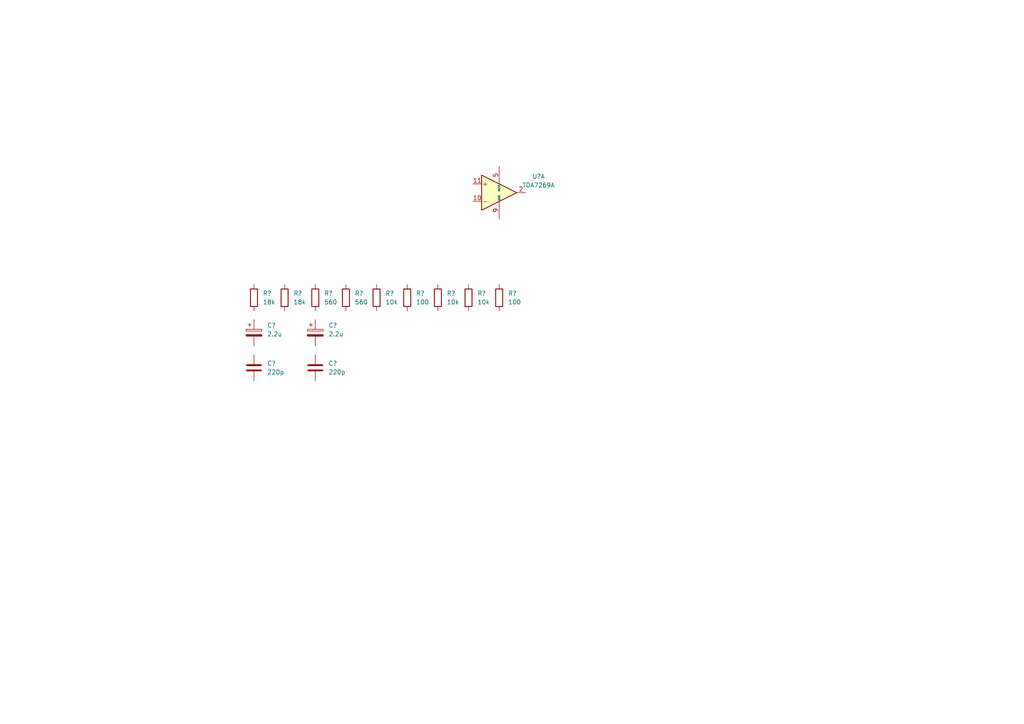
<source format=kicad_sch>
(kicad_sch (version 20211123) (generator eeschema)
  (paper "A4")
  (lib_symbols
    (symbol "Amplifier_Audio:TDA7269A" (pin_names (offset 0.127))
      (property "Reference" "U" (at 2.54 6.35 0))
      (property "Value" "TDA7269A" (at 5.08 3.81 0))
      (symbol "TDA7269A_1_1"
        (polyline (pts (xy 5.08 0) (xy -5.08 5.08) (xy -5.08 -5.08) (xy 5.08 0)) (stroke (width 0.254)) (fill (type background)))
        (pin input line (at -7.62 -2.54 0) (length 2.54) (name "-") (number "10"))
        (pin input line (at -7.62 2.54 0) (length 2.54) (name "+") (number "11"))
        (pin output line (at 7.62 0 180) (length 2.54) (name "~") (number "2"))
        (pin input line (at 0 7.62 270) (length 5.08) (name "MUTE") (number "5"))
        (pin power_in line (at 0 -7.62 90) (length 5.08) (name "GND") (number "9"))
      )
      (symbol "TDA7269A_2_1"
        (polyline (pts (xy 5.08 0) (xy -5.08 5.08) (xy -5.08 -5.08) (xy 5.08 0)) (stroke (width 0.254)) (fill (type background)))
        (pin output line (at 7.62 0 180) (length 2.54) (name "~") (number "4"))
        (pin input line (at -7.62 2.54 0) (length 2.54) (name "+") (number "7"))
        (pin input line (at -7.62 -2.54 0) (length 2.54) (name "-") (number "8"))
      )
      (symbol "TDA7269A_3_1"
        (pin power_in line (at -2.54 -7.62 90) (length 3.81) (name "V-") (number "1"))
        (pin power_in line (at -2.54 7.62 270) (length 3.81) (name "V+") (number "3"))
        (pin passive line (at -2.54 -7.62 90) (length 3.81) hide (name "V-") (number "6"))
      )
    )
    (symbol "Device:C" (pin_numbers hide) (pin_names (offset 0.254))
      (property "Reference" "C" (at 0.635 2.54 0))
      (property "Value" "C" (at 0.635 -2.54 0))
      (symbol "C_0_1"
        (polyline (pts (xy -2.032 -0.762) (xy 2.032 -0.762)) (stroke (width 0.508)))
        (polyline (pts (xy -2.032 0.762) (xy 2.032 0.762)) (stroke (width 0.508)))
      )
      (symbol "C_1_1"
        (pin passive line (at 0 3.81 270) (length 2.794) (name "~") (number "1"))
        (pin passive line (at 0 -3.81 90) (length 2.794) (name "~") (number "2"))
      )
    )
    (symbol "Device:C_Polarized" (pin_numbers hide) (pin_names (offset 0.254))
      (property "Reference" "C" (at 0.635 2.54 0))
      (property "Value" "C_Polarized" (at 0.635 -2.54 0))
      (symbol "C_Polarized_0_1"
        (rectangle (start -2.286 0.508) (end 2.286 1.016))
        (polyline (pts (xy -1.778 2.286) (xy -0.762 2.286)))
        (polyline (pts (xy -1.27 2.794) (xy -1.27 1.778)))
        (rectangle (start 2.286 -0.508) (end -2.286 -1.016) (fill (type outline)))
      )
      (symbol "C_Polarized_1_1"
        (pin passive line (at 0 3.81 270) (length 2.794) (name "~") (number "1"))
        (pin passive line (at 0 -3.81 90) (length 2.794) (name "~") (number "2"))
      )
    )
    (symbol "Device:R" (pin_numbers hide) (pin_names (offset 0))
      (property "Reference" "R" (at 2.032 0 90))
      (property "Value" "R" (at 0 0 90))
      (symbol "R_0_1"
        (rectangle (start -1.016 -2.54) (end 1.016 2.54) (stroke (width 0.254)))
      )
      (symbol "R_1_1"
        (pin passive line (at 0 3.81 270) (length 1.27) (name "~") (number "1"))
        (pin passive line (at 0 -3.81 90) (length 1.27) (name "~") (number "2"))
      )
    )
  )
  (symbol (lib_id "Device:R") (at 100.33 86.36 0) (unit 1)
    (property "Reference" "R?" (at 102.87 85.0899 0) (effects (justify left)))
    (property "Value" "560" (at 102.87 87.6299 0) (effects (justify left)))
  )
  (symbol (lib_id "Device:R") (at 127 86.36 0) (unit 1)
    (property "Reference" "R?" (at 129.54 85.0899 0) (effects (justify left)))
    (property "Value" "10k" (at 129.54 87.6299 0) (effects (justify left)))
  )
  (symbol (lib_id "Device:R") (at 82.55 86.36 0) (unit 1)
    (property "Reference" "R?" (at 85.09 85.0899 0) (effects (justify left)))
    (property "Value" "18k" (at 85.09 87.6299 0) (effects (justify left)))
  )
  (symbol (lib_id "Device:R") (at 135.89 86.36 0) (unit 1)
    (property "Reference" "R?" (at 138.43 85.0899 0) (effects (justify left)))
    (property "Value" "10k" (at 138.43 87.6299 0) (effects (justify left)))
  )
  (symbol (lib_id "Device:R") (at 73.66 86.36 0) (unit 1)
    (property "Reference" "R?" (at 76.2 85.0899 0) (effects (justify left)))
    (property "Value" "18k" (at 76.2 87.6299 0) (effects (justify left)))
  )
  (symbol (lib_id "Device:C") (at 91.44 106.68 0) (unit 1)
    (property "Reference" "C?" (at 95.25 105.4099 0) (effects (justify left)))
    (property "Value" "220p" (at 95.25 107.9499 0) (effects (justify left)))
  )
  (symbol (lib_id "Device:C") (at 73.66 106.68 0) (unit 1)
    (property "Reference" "C?" (at 77.47 105.4099 0) (effects (justify left)))
    (property "Value" "220p" (at 77.47 107.9499 0) (effects (justify left)))
  )
  (symbol (lib_id "Device:R") (at 109.22 86.36 0) (unit 1)
    (property "Reference" "R?" (at 111.76 85.0899 0) (effects (justify left)))
    (property "Value" "10k" (at 111.76 87.6299 0) (effects (justify left)))
  )
  (symbol (lib_id "Device:C_Polarized") (at 91.44 96.52 0) (unit 1)
    (property "Reference" "C?" (at 95.25 94.3609 0) (effects (justify left)))
    (property "Value" "2.2u" (at 95.25 96.9009 0) (effects (justify left)))
  )
  (symbol (lib_id "Device:R") (at 144.78 86.36 0) (unit 1)
    (property "Reference" "R?" (at 147.32 85.0899 0) (effects (justify left)))
    (property "Value" "100" (at 147.32 87.6299 0) (effects (justify left)))
  )
  (symbol (lib_id "Device:R") (at 118.11 86.36 0) (unit 1)
    (property "Reference" "R?" (at 120.65 85.09 0) (effects (justify left)))
    (property "Value" "100" (at 120.65 87.63 0) (effects (justify left)))
  )
  (symbol (lib_id "Amplifier_Audio:TDA7269A") (at 144.78 55.88 0) (unit 1)
    (property "Reference" "U?" (at 156.21 51.181 0))
    (property "Value" "TDA7269A" (at 156.21 53.721 0))
    (property "Footprint" "Package_TO_SOT_THT:TO-220-11_P3.4x5.08mm_StaggerOdd_Lead4.85mm_Vertical" (effects hide))
    (property "Datasheet" "http://www.st.com/resource/en/datasheet/tda7269a.pdf" (effects hide))
  )
  (symbol (lib_id "Device:C_Polarized") (at 73.66 96.52 0) (unit 1)
    (property "Reference" "C?" (at 77.47 94.3609 0) (effects (justify left)))
    (property "Value" "2.2u" (at 77.47 96.9009 0) (effects (justify left)))
  )
  (symbol (lib_id "Device:R") (at 91.44 86.36 0) (unit 1)
    (property "Reference" "R?" (at 93.98 85.0899 0) (effects (justify left)))
    (property "Value" "560" (at 93.98 87.6299 0) (effects (justify left)))
  )
)
</source>
